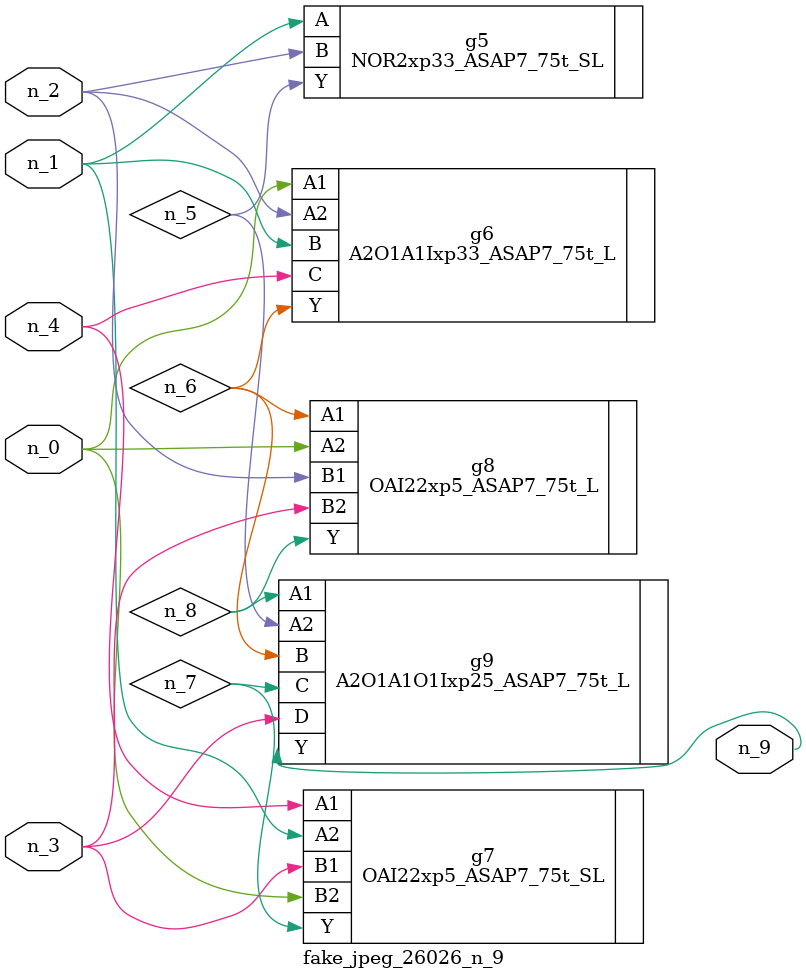
<source format=v>
module fake_jpeg_26026_n_9 (n_3, n_2, n_1, n_0, n_4, n_9);

input n_3;
input n_2;
input n_1;
input n_0;
input n_4;

output n_9;

wire n_8;
wire n_6;
wire n_5;
wire n_7;

NOR2xp33_ASAP7_75t_SL g5 ( 
.A(n_1),
.B(n_2),
.Y(n_5)
);

A2O1A1Ixp33_ASAP7_75t_L g6 ( 
.A1(n_0),
.A2(n_2),
.B(n_1),
.C(n_4),
.Y(n_6)
);

OAI22xp5_ASAP7_75t_SL g7 ( 
.A1(n_4),
.A2(n_1),
.B1(n_3),
.B2(n_0),
.Y(n_7)
);

OAI22xp5_ASAP7_75t_L g8 ( 
.A1(n_6),
.A2(n_0),
.B1(n_2),
.B2(n_3),
.Y(n_8)
);

A2O1A1O1Ixp25_ASAP7_75t_L g9 ( 
.A1(n_8),
.A2(n_5),
.B(n_6),
.C(n_7),
.D(n_3),
.Y(n_9)
);


endmodule
</source>
